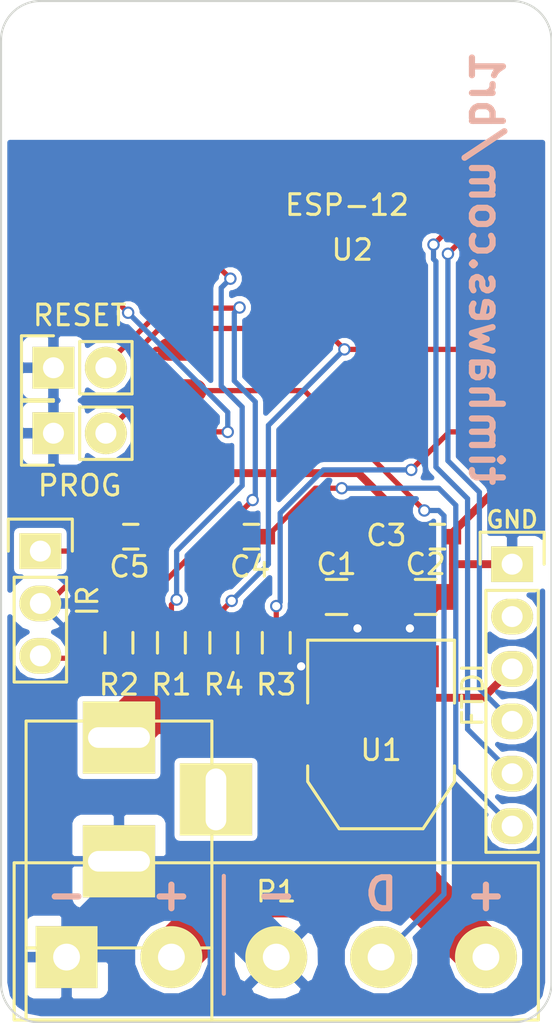
<source format=kicad_pcb>
(kicad_pcb (version 4) (host pcbnew 0.201511080416+6302~30~ubuntu14.04.1-product)

  (general
    (links 43)
    (no_connects 1)
    (area 139.014999 76.784999 165.785001 126.415001)
    (thickness 1.6)
    (drawings 16)
    (tracks 181)
    (zones 0)
    (modules 18)
    (nets 14)
  )

  (page A4)
  (layers
    (0 F.Cu signal)
    (31 B.Cu signal)
    (32 B.Adhes user)
    (33 F.Adhes user)
    (34 B.Paste user)
    (35 F.Paste user)
    (36 B.SilkS user)
    (37 F.SilkS user)
    (38 B.Mask user)
    (39 F.Mask user)
    (40 Dwgs.User user)
    (41 Cmts.User user)
    (42 Eco1.User user)
    (43 Eco2.User user)
    (44 Edge.Cuts user)
    (45 Margin user)
    (46 B.CrtYd user)
    (47 F.CrtYd user)
    (48 B.Fab user)
    (49 F.Fab user)
  )

  (setup
    (last_trace_width 0.25)
    (user_trace_width 0.254)
    (user_trace_width 0.381)
    (user_trace_width 2.5)
    (trace_clearance 0.2)
    (zone_clearance 0.254)
    (zone_45_only yes)
    (trace_min 0.2)
    (segment_width 0.2)
    (edge_width 0.1)
    (via_size 0.6)
    (via_drill 0.4)
    (via_min_size 0.4)
    (via_min_drill 0.3)
    (uvia_size 0.3)
    (uvia_drill 0.1)
    (uvias_allowed no)
    (uvia_min_size 0.2)
    (uvia_min_drill 0.1)
    (pcb_text_width 0.3)
    (pcb_text_size 1.5 1.5)
    (mod_edge_width 0.15)
    (mod_text_size 1 1)
    (mod_text_width 0.15)
    (pad_size 3.6576 2.032)
    (pad_drill 0)
    (pad_to_mask_clearance 0)
    (aux_axis_origin 0 0)
    (visible_elements FFFFFFFF)
    (pcbplotparams
      (layerselection 0x010f0_80000001)
      (usegerberextensions true)
      (excludeedgelayer true)
      (linewidth 0.100000)
      (plotframeref false)
      (viasonmask false)
      (mode 1)
      (useauxorigin false)
      (hpglpennumber 1)
      (hpglpenspeed 20)
      (hpglpendiameter 15)
      (hpglpenoverlay 2)
      (psnegative false)
      (psa4output false)
      (plotreference true)
      (plotvalue true)
      (plotinvisibletext false)
      (padsonsilk false)
      (subtractmaskfromsilk true)
      (outputformat 1)
      (mirror false)
      (drillshape 0)
      (scaleselection 1)
      (outputdirectory output/))
  )

  (net 0 "")
  (net 1 +5V)
  (net 2 GND)
  (net 3 +3V3)
  (net 4 "Net-(C4-Pad1)")
  (net 5 RESET)
  (net 6 RX)
  (net 7 TX)
  (net 8 LED_DATA)
  (net 9 IR_DATA)
  (net 10 "Net-(R1-Pad2)")
  (net 11 "Net-(R3-Pad1)")
  (net 12 "Net-(SW1-Pad2)")
  (net 13 "Net-(P5-Pad2)")

  (net_class Default "This is the default net class."
    (clearance 0.2)
    (trace_width 0.25)
    (via_dia 0.6)
    (via_drill 0.4)
    (uvia_dia 0.3)
    (uvia_drill 0.1)
    (add_net +3V3)
    (add_net +5V)
    (add_net GND)
    (add_net IR_DATA)
    (add_net LED_DATA)
    (add_net "Net-(C4-Pad1)")
    (add_net "Net-(P5-Pad2)")
    (add_net "Net-(R1-Pad2)")
    (add_net "Net-(R3-Pad1)")
    (add_net "Net-(SW1-Pad2)")
    (add_net RESET)
    (add_net RX)
    (add_net TX)
  )

  (net_class "High Current" ""
    (clearance 0.2)
    (trace_width 2.5)
    (via_dia 0.6)
    (via_drill 0.4)
    (uvia_dia 0.3)
    (uvia_drill 0.1)
  )

  (module Capacitors_SMD:C_0805 (layer F.Cu) (tedit 563FE1DE) (tstamp 563F8E06)
    (at 155.321 105.7275)
    (descr "Capacitor SMD 0805, reflow soldering, AVX (see smccp.pdf)")
    (tags "capacitor 0805")
    (path /563F75BA)
    (attr smd)
    (fp_text reference C1 (at 0 -1.5875) (layer F.SilkS)
      (effects (font (size 1 1) (thickness 0.15)))
    )
    (fp_text value CP (at 0 2.1) (layer F.Fab) hide
      (effects (font (size 1 1) (thickness 0.15)))
    )
    (fp_line (start -1.8 -1) (end 1.8 -1) (layer F.CrtYd) (width 0.05))
    (fp_line (start -1.8 1) (end 1.8 1) (layer F.CrtYd) (width 0.05))
    (fp_line (start -1.8 -1) (end -1.8 1) (layer F.CrtYd) (width 0.05))
    (fp_line (start 1.8 -1) (end 1.8 1) (layer F.CrtYd) (width 0.05))
    (fp_line (start 0.5 -0.85) (end -0.5 -0.85) (layer F.SilkS) (width 0.15))
    (fp_line (start -0.5 0.85) (end 0.5 0.85) (layer F.SilkS) (width 0.15))
    (pad 1 smd rect (at -1 0) (size 1 1.25) (layers F.Cu F.Paste F.Mask)
      (net 1 +5V))
    (pad 2 smd rect (at 1 0) (size 1 1.25) (layers F.Cu F.Paste F.Mask)
      (net 2 GND))
    (model Capacitors_SMD.3dshapes/C_0805.wrl
      (at (xyz 0 0 0))
      (scale (xyz 1 1 1))
      (rotate (xyz 0 0 0))
    )
  )

  (module Capacitors_SMD:C_0805 (layer F.Cu) (tedit 563FE1D9) (tstamp 563F8E0C)
    (at 159.639 105.7275)
    (descr "Capacitor SMD 0805, reflow soldering, AVX (see smccp.pdf)")
    (tags "capacitor 0805")
    (path /563F75F9)
    (attr smd)
    (fp_text reference C2 (at 0 -1.5875) (layer F.SilkS)
      (effects (font (size 1 1) (thickness 0.15)))
    )
    (fp_text value CP (at 0 2.1) (layer F.Fab) hide
      (effects (font (size 1 1) (thickness 0.15)))
    )
    (fp_line (start -1.8 -1) (end 1.8 -1) (layer F.CrtYd) (width 0.05))
    (fp_line (start -1.8 1) (end 1.8 1) (layer F.CrtYd) (width 0.05))
    (fp_line (start -1.8 -1) (end -1.8 1) (layer F.CrtYd) (width 0.05))
    (fp_line (start 1.8 -1) (end 1.8 1) (layer F.CrtYd) (width 0.05))
    (fp_line (start 0.5 -0.85) (end -0.5 -0.85) (layer F.SilkS) (width 0.15))
    (fp_line (start -0.5 0.85) (end 0.5 0.85) (layer F.SilkS) (width 0.15))
    (pad 1 smd rect (at -1 0) (size 1 1.25) (layers F.Cu F.Paste F.Mask)
      (net 3 +3V3))
    (pad 2 smd rect (at 1 0) (size 1 1.25) (layers F.Cu F.Paste F.Mask)
      (net 2 GND))
    (model Capacitors_SMD.3dshapes/C_0805.wrl
      (at (xyz 0 0 0))
      (scale (xyz 1 1 1))
      (rotate (xyz 0 0 0))
    )
  )

  (module Capacitors_SMD:C_0603 (layer F.Cu) (tedit 563FE22A) (tstamp 563F8E12)
    (at 160.2105 102.8065)
    (descr "Capacitor SMD 0603, reflow soldering, AVX (see smccp.pdf)")
    (tags "capacitor 0603")
    (path /563F7C82)
    (attr smd)
    (fp_text reference C3 (at -2.4765 -0.0635) (layer F.SilkS)
      (effects (font (size 1 1) (thickness 0.15)))
    )
    (fp_text value 0.1uF (at 0 1.9) (layer F.Fab) hide
      (effects (font (size 1 1) (thickness 0.15)))
    )
    (fp_line (start -1.45 -0.75) (end 1.45 -0.75) (layer F.CrtYd) (width 0.05))
    (fp_line (start -1.45 0.75) (end 1.45 0.75) (layer F.CrtYd) (width 0.05))
    (fp_line (start -1.45 -0.75) (end -1.45 0.75) (layer F.CrtYd) (width 0.05))
    (fp_line (start 1.45 -0.75) (end 1.45 0.75) (layer F.CrtYd) (width 0.05))
    (fp_line (start -0.35 -0.6) (end 0.35 -0.6) (layer F.SilkS) (width 0.15))
    (fp_line (start 0.35 0.6) (end -0.35 0.6) (layer F.SilkS) (width 0.15))
    (pad 1 smd rect (at -0.75 0) (size 0.8 0.75) (layers F.Cu F.Paste F.Mask)
      (net 3 +3V3))
    (pad 2 smd rect (at 0.75 0) (size 0.8 0.75) (layers F.Cu F.Paste F.Mask)
      (net 2 GND))
    (model Capacitors_SMD.3dshapes/C_0603.wrl
      (at (xyz 0 0 0))
      (scale (xyz 1 1 1))
      (rotate (xyz 0 0 0))
    )
  )

  (module Capacitors_SMD:C_0603 (layer F.Cu) (tedit 563FE219) (tstamp 563F8E18)
    (at 151.1935 102.8065 180)
    (descr "Capacitor SMD 0603, reflow soldering, AVX (see smccp.pdf)")
    (tags "capacitor 0603")
    (path /563FB063)
    (attr smd)
    (fp_text reference C4 (at 0.0635 -1.4605 360) (layer F.SilkS)
      (effects (font (size 1 1) (thickness 0.15)))
    )
    (fp_text value 0.1uF (at 0 1.9 180) (layer F.Fab) hide
      (effects (font (size 1 1) (thickness 0.15)))
    )
    (fp_line (start -1.45 -0.75) (end 1.45 -0.75) (layer F.CrtYd) (width 0.05))
    (fp_line (start -1.45 0.75) (end 1.45 0.75) (layer F.CrtYd) (width 0.05))
    (fp_line (start -1.45 -0.75) (end -1.45 0.75) (layer F.CrtYd) (width 0.05))
    (fp_line (start 1.45 -0.75) (end 1.45 0.75) (layer F.CrtYd) (width 0.05))
    (fp_line (start -0.35 -0.6) (end 0.35 -0.6) (layer F.SilkS) (width 0.15))
    (fp_line (start 0.35 0.6) (end -0.35 0.6) (layer F.SilkS) (width 0.15))
    (pad 1 smd rect (at -0.75 0 180) (size 0.8 0.75) (layers F.Cu F.Paste F.Mask)
      (net 4 "Net-(C4-Pad1)"))
    (pad 2 smd rect (at 0.75 0 180) (size 0.8 0.75) (layers F.Cu F.Paste F.Mask)
      (net 5 RESET))
    (model Capacitors_SMD.3dshapes/C_0603.wrl
      (at (xyz 0 0 0))
      (scale (xyz 1 1 1))
      (rotate (xyz 0 0 0))
    )
  )

  (module Capacitors_SMD:C_0603 (layer F.Cu) (tedit 563FE21D) (tstamp 563F8E1E)
    (at 145.3515 102.8065 180)
    (descr "Capacitor SMD 0603, reflow soldering, AVX (see smccp.pdf)")
    (tags "capacitor 0603")
    (path /563F9DDE)
    (attr smd)
    (fp_text reference C5 (at 0.0635 -1.4605 360) (layer F.SilkS)
      (effects (font (size 1 1) (thickness 0.15)))
    )
    (fp_text value 0.1uF (at 0 1.9 180) (layer F.Fab) hide
      (effects (font (size 1 1) (thickness 0.15)))
    )
    (fp_line (start -1.45 -0.75) (end 1.45 -0.75) (layer F.CrtYd) (width 0.05))
    (fp_line (start -1.45 0.75) (end 1.45 0.75) (layer F.CrtYd) (width 0.05))
    (fp_line (start -1.45 -0.75) (end -1.45 0.75) (layer F.CrtYd) (width 0.05))
    (fp_line (start 1.45 -0.75) (end 1.45 0.75) (layer F.CrtYd) (width 0.05))
    (fp_line (start -0.35 -0.6) (end 0.35 -0.6) (layer F.SilkS) (width 0.15))
    (fp_line (start 0.35 0.6) (end -0.35 0.6) (layer F.SilkS) (width 0.15))
    (pad 1 smd rect (at -0.75 0 180) (size 0.8 0.75) (layers F.Cu F.Paste F.Mask)
      (net 3 +3V3))
    (pad 2 smd rect (at 0.75 0 180) (size 0.8 0.75) (layers F.Cu F.Paste F.Mask)
      (net 2 GND))
    (model Capacitors_SMD.3dshapes/C_0603.wrl
      (at (xyz 0 0 0))
      (scale (xyz 1 1 1))
      (rotate (xyz 0 0 0))
    )
  )

  (module Connect:BARREL_JACK (layer F.Cu) (tedit 563FDD5E) (tstamp 563F8E25)
    (at 144.78 118.745 90)
    (descr "DC Barrel Jack")
    (tags "Power Jack")
    (path /563F7806)
    (fp_text reference CON1 (at 10.09904 0 180) (layer F.SilkS) hide
      (effects (font (size 1 1) (thickness 0.15)))
    )
    (fp_text value POWER (at 3.81 -3.175 90) (layer F.Fab) hide
      (effects (font (size 1 1) (thickness 0.15)))
    )
    (fp_line (start -4.0005 -4.50088) (end -4.0005 4.50088) (layer F.SilkS) (width 0.15))
    (fp_line (start -7.50062 -4.50088) (end -7.50062 4.50088) (layer F.SilkS) (width 0.15))
    (fp_line (start -7.50062 4.50088) (end 7.00024 4.50088) (layer F.SilkS) (width 0.15))
    (fp_line (start 7.00024 4.50088) (end 7.00024 -4.50088) (layer F.SilkS) (width 0.15))
    (fp_line (start 7.00024 -4.50088) (end -7.50062 -4.50088) (layer F.SilkS) (width 0.15))
    (pad 1 thru_hole rect (at 6.20014 0 90) (size 3.50012 3.50012) (drill oval 1.00076 2.99974) (layers *.Cu *.Mask F.SilkS)
      (net 1 +5V))
    (pad 2 thru_hole rect (at 0.20066 0 90) (size 3.50012 3.50012) (drill oval 1.00076 2.99974) (layers *.Cu *.Mask F.SilkS)
      (net 2 GND))
    (pad 3 thru_hole rect (at 3.2004 4.699 90) (size 3.50012 3.50012) (drill oval 2.99974 1.00076) (layers *.Cu *.Mask F.SilkS))
  )

  (module Resistors_SMD:R_0603 (layer F.Cu) (tedit 563FDD7E) (tstamp 563F8E55)
    (at 147.32 107.95 90)
    (descr "Resistor SMD 0603, reflow soldering, Vishay (see dcrcw.pdf)")
    (tags "resistor 0603")
    (path /563F8851)
    (attr smd)
    (fp_text reference R1 (at -2.032 0 180) (layer F.SilkS)
      (effects (font (size 1 1) (thickness 0.15)))
    )
    (fp_text value 10K (at 0 1.9 90) (layer F.Fab) hide
      (effects (font (size 1 1) (thickness 0.15)))
    )
    (fp_line (start -1.3 -0.8) (end 1.3 -0.8) (layer F.CrtYd) (width 0.05))
    (fp_line (start -1.3 0.8) (end 1.3 0.8) (layer F.CrtYd) (width 0.05))
    (fp_line (start -1.3 -0.8) (end -1.3 0.8) (layer F.CrtYd) (width 0.05))
    (fp_line (start 1.3 -0.8) (end 1.3 0.8) (layer F.CrtYd) (width 0.05))
    (fp_line (start 0.5 0.675) (end -0.5 0.675) (layer F.SilkS) (width 0.15))
    (fp_line (start -0.5 -0.675) (end 0.5 -0.675) (layer F.SilkS) (width 0.15))
    (pad 1 smd rect (at -0.75 0 90) (size 0.5 0.9) (layers F.Cu F.Paste F.Mask)
      (net 3 +3V3))
    (pad 2 smd rect (at 0.75 0 90) (size 0.5 0.9) (layers F.Cu F.Paste F.Mask)
      (net 10 "Net-(R1-Pad2)"))
    (model Resistors_SMD.3dshapes/R_0603.wrl
      (at (xyz 0 0 0))
      (scale (xyz 1 1 1))
      (rotate (xyz 0 0 0))
    )
  )

  (module Resistors_SMD:R_0603 (layer F.Cu) (tedit 563FDD7C) (tstamp 563F8E5B)
    (at 144.78 107.95 90)
    (descr "Resistor SMD 0603, reflow soldering, Vishay (see dcrcw.pdf)")
    (tags "resistor 0603")
    (path /563FB430)
    (attr smd)
    (fp_text reference R2 (at -2.032 0 180) (layer F.SilkS)
      (effects (font (size 1 1) (thickness 0.15)))
    )
    (fp_text value 10K (at 0 1.9 90) (layer F.Fab) hide
      (effects (font (size 1 1) (thickness 0.15)))
    )
    (fp_line (start -1.3 -0.8) (end 1.3 -0.8) (layer F.CrtYd) (width 0.05))
    (fp_line (start -1.3 0.8) (end 1.3 0.8) (layer F.CrtYd) (width 0.05))
    (fp_line (start -1.3 -0.8) (end -1.3 0.8) (layer F.CrtYd) (width 0.05))
    (fp_line (start 1.3 -0.8) (end 1.3 0.8) (layer F.CrtYd) (width 0.05))
    (fp_line (start 0.5 0.675) (end -0.5 0.675) (layer F.SilkS) (width 0.15))
    (fp_line (start -0.5 -0.675) (end 0.5 -0.675) (layer F.SilkS) (width 0.15))
    (pad 1 smd rect (at -0.75 0 90) (size 0.5 0.9) (layers F.Cu F.Paste F.Mask)
      (net 3 +3V3))
    (pad 2 smd rect (at 0.75 0 90) (size 0.5 0.9) (layers F.Cu F.Paste F.Mask)
      (net 5 RESET))
    (model Resistors_SMD.3dshapes/R_0603.wrl
      (at (xyz 0 0 0))
      (scale (xyz 1 1 1))
      (rotate (xyz 0 0 0))
    )
  )

  (module Resistors_SMD:R_0603 (layer F.Cu) (tedit 563FDD82) (tstamp 563F8E61)
    (at 152.4 107.95 270)
    (descr "Resistor SMD 0603, reflow soldering, Vishay (see dcrcw.pdf)")
    (tags "resistor 0603")
    (path /563F92ED)
    (attr smd)
    (fp_text reference R3 (at 2.032 0 360) (layer F.SilkS)
      (effects (font (size 1 1) (thickness 0.15)))
    )
    (fp_text value 10K (at 0 1.9 270) (layer F.Fab) hide
      (effects (font (size 1 1) (thickness 0.15)))
    )
    (fp_line (start -1.3 -0.8) (end 1.3 -0.8) (layer F.CrtYd) (width 0.05))
    (fp_line (start -1.3 0.8) (end 1.3 0.8) (layer F.CrtYd) (width 0.05))
    (fp_line (start -1.3 -0.8) (end -1.3 0.8) (layer F.CrtYd) (width 0.05))
    (fp_line (start 1.3 -0.8) (end 1.3 0.8) (layer F.CrtYd) (width 0.05))
    (fp_line (start 0.5 0.675) (end -0.5 0.675) (layer F.SilkS) (width 0.15))
    (fp_line (start -0.5 -0.675) (end 0.5 -0.675) (layer F.SilkS) (width 0.15))
    (pad 1 smd rect (at -0.75 0 270) (size 0.5 0.9) (layers F.Cu F.Paste F.Mask)
      (net 11 "Net-(R3-Pad1)"))
    (pad 2 smd rect (at 0.75 0 270) (size 0.5 0.9) (layers F.Cu F.Paste F.Mask)
      (net 2 GND))
    (model Resistors_SMD.3dshapes/R_0603.wrl
      (at (xyz 0 0 0))
      (scale (xyz 1 1 1))
      (rotate (xyz 0 0 0))
    )
  )

  (module Resistors_SMD:R_0603 (layer F.Cu) (tedit 563FDD85) (tstamp 563F8E67)
    (at 149.86 107.95 90)
    (descr "Resistor SMD 0603, reflow soldering, Vishay (see dcrcw.pdf)")
    (tags "resistor 0603")
    (path /563F84D8)
    (attr smd)
    (fp_text reference R4 (at -2.032 0 180) (layer F.SilkS)
      (effects (font (size 1 1) (thickness 0.15)))
    )
    (fp_text value 10K (at 0 1.9 90) (layer F.Fab) hide
      (effects (font (size 1 1) (thickness 0.15)))
    )
    (fp_line (start -1.3 -0.8) (end 1.3 -0.8) (layer F.CrtYd) (width 0.05))
    (fp_line (start -1.3 0.8) (end 1.3 0.8) (layer F.CrtYd) (width 0.05))
    (fp_line (start -1.3 -0.8) (end -1.3 0.8) (layer F.CrtYd) (width 0.05))
    (fp_line (start 1.3 -0.8) (end 1.3 0.8) (layer F.CrtYd) (width 0.05))
    (fp_line (start 0.5 0.675) (end -0.5 0.675) (layer F.SilkS) (width 0.15))
    (fp_line (start -0.5 -0.675) (end 0.5 -0.675) (layer F.SilkS) (width 0.15))
    (pad 1 smd rect (at -0.75 0 90) (size 0.5 0.9) (layers F.Cu F.Paste F.Mask)
      (net 3 +3V3))
    (pad 2 smd rect (at 0.75 0 90) (size 0.5 0.9) (layers F.Cu F.Paste F.Mask)
      (net 13 "Net-(P5-Pad2)"))
    (model Resistors_SMD.3dshapes/R_0603.wrl
      (at (xyz 0 0 0))
      (scale (xyz 1 1 1))
      (rotate (xyz 0 0 0))
    )
  )

  (module timhawes:EVQPT5 (layer F.Cu) (tedit 563FBDDB) (tstamp 563F8E71)
    (at 142.875 86.868)
    (path /563F94C6)
    (fp_text reference SW1 (at 0.025 4.625) (layer F.SilkS) hide
      (effects (font (size 1.5 1.5) (thickness 0.15)))
    )
    (fp_text value SWITCH (at 0.025 7.15) (layer F.SilkS) hide
      (effects (font (size 1.5 1.5) (thickness 0.15)))
    )
    (pad 1 smd rect (at -1.85 -2.2) (size 0.6 1) (layers F.Cu F.Paste F.Mask)
      (net 2 GND))
    (pad 2 smd rect (at 1.85 -2.2) (size 0.6 1) (layers F.Cu F.Paste F.Mask)
      (net 12 "Net-(SW1-Pad2)"))
    (pad 1 smd rect (at -1.85 2.2) (size 0.6 1) (layers F.Cu F.Paste F.Mask)
      (net 2 GND))
    (pad 2 smd rect (at 1.85 2.2) (size 0.6 1) (layers F.Cu F.Paste F.Mask)
      (net 12 "Net-(SW1-Pad2)"))
    (pad "" smd rect (at -2.525 0) (size 0.45 1) (layers F.Cu F.Paste F.Mask))
    (pad "" smd rect (at 2.525 0) (size 0.45 1) (layers F.Cu F.Paste F.Mask))
  )

  (module TO_SOT_Packages_SMD:SOT-223 (layer F.Cu) (tedit 563FDDAC) (tstamp 563F8E79)
    (at 157.48 112.395 180)
    (descr "module CMS SOT223 4 pins")
    (tags "CMS SOT")
    (path /563F7524)
    (attr smd)
    (fp_text reference U1 (at 0 -0.762 180) (layer F.SilkS)
      (effects (font (size 1 1) (thickness 0.15)))
    )
    (fp_text value NCP1117ST33T3G (at 0 0.762 180) (layer F.Fab) hide
      (effects (font (size 1 1) (thickness 0.15)))
    )
    (fp_line (start -3.556 1.524) (end -3.556 4.572) (layer F.SilkS) (width 0.15))
    (fp_line (start -3.556 4.572) (end 3.556 4.572) (layer F.SilkS) (width 0.15))
    (fp_line (start 3.556 4.572) (end 3.556 1.524) (layer F.SilkS) (width 0.15))
    (fp_line (start -3.556 -1.524) (end -3.556 -2.286) (layer F.SilkS) (width 0.15))
    (fp_line (start -3.556 -2.286) (end -2.032 -4.572) (layer F.SilkS) (width 0.15))
    (fp_line (start -2.032 -4.572) (end 2.032 -4.572) (layer F.SilkS) (width 0.15))
    (fp_line (start 2.032 -4.572) (end 3.556 -2.286) (layer F.SilkS) (width 0.15))
    (fp_line (start 3.556 -2.286) (end 3.556 -1.524) (layer F.SilkS) (width 0.15))
    (pad 4 smd rect (at 0 -3.302 180) (size 3.6576 2.032) (layers F.Cu F.Paste F.Mask)
      (zone_connect 2))
    (pad 2 smd rect (at 0 3.302 180) (size 1.016 2.032) (layers F.Cu F.Paste F.Mask)
      (net 3 +3V3))
    (pad 3 smd rect (at 2.286 3.302 180) (size 1.016 2.032) (layers F.Cu F.Paste F.Mask)
      (net 1 +5V))
    (pad 1 smd rect (at -2.286 3.302 180) (size 1.016 2.032) (layers F.Cu F.Paste F.Mask)
      (net 2 GND))
    (model TO_SOT_Packages_SMD.3dshapes/SOT-223.wrl
      (at (xyz 0 0 0))
      (scale (xyz 0.4 0.4 0.4))
      (rotate (xyz 0 0 0))
    )
  )

  (module timhawes:Terminal_Block_5.08mm_x5 (layer F.Cu) (tedit 563FDDB2) (tstamp 563FA715)
    (at 152.4 123.19)
    (path /563FA767)
    (fp_text reference P1 (at 0 -3.175) (layer F.SilkS)
      (effects (font (size 1 1) (thickness 0.15)))
    )
    (fp_text value POWER (at 0 -5.715) (layer F.Fab) hide
      (effects (font (size 1 1) (thickness 0.15)))
    )
    (fp_line (start -12.7 3.048) (end 12.7 3.048) (layer F.SilkS) (width 0.15))
    (fp_line (start 12.7 3.048) (end 12.7 -4.572) (layer F.SilkS) (width 0.15))
    (fp_line (start 12.7 -4.572) (end -12.7 -4.572) (layer F.SilkS) (width 0.15))
    (fp_line (start -12.7 -4.572) (end -12.7 3.048) (layer F.SilkS) (width 0.15))
    (pad 1 thru_hole rect (at -10.16 0) (size 3 3) (drill 1.3) (layers *.Cu *.Mask F.SilkS)
      (net 2 GND))
    (pad 2 thru_hole circle (at -5.08 0) (size 3 3) (drill 1.3) (layers *.Cu *.Mask F.SilkS)
      (net 1 +5V))
    (pad 3 thru_hole circle (at 0 0) (size 3 3) (drill 1.3) (layers *.Cu *.Mask F.SilkS)
      (net 2 GND))
    (pad 4 thru_hole circle (at 5.08 0) (size 3 3) (drill 1.3) (layers *.Cu *.Mask F.SilkS)
      (net 8 LED_DATA))
    (pad 5 thru_hole circle (at 10.16 0) (size 3 3) (drill 1.3) (layers *.Cu *.Mask F.SilkS)
      (net 1 +5V))
  )

  (module Pin_Headers:Pin_Header_Straight_1x06 (layer F.Cu) (tedit 563FE906) (tstamp 563FA71D)
    (at 163.83 104.14)
    (descr "Through hole pin header")
    (tags "pin header")
    (path /563F7EFA)
    (fp_text reference P2 (at -2.032 13.208 90) (layer F.SilkS) hide
      (effects (font (size 1 1) (thickness 0.15)))
    )
    (fp_text value FTDI (at -1.905 6.35 90) (layer F.SilkS)
      (effects (font (size 1 1) (thickness 0.15)))
    )
    (fp_line (start -1.75 -1.75) (end -1.75 14.45) (layer F.CrtYd) (width 0.05))
    (fp_line (start 1.75 -1.75) (end 1.75 14.45) (layer F.CrtYd) (width 0.05))
    (fp_line (start -1.75 -1.75) (end 1.75 -1.75) (layer F.CrtYd) (width 0.05))
    (fp_line (start -1.75 14.45) (end 1.75 14.45) (layer F.CrtYd) (width 0.05))
    (fp_line (start 1.27 1.27) (end 1.27 13.97) (layer F.SilkS) (width 0.15))
    (fp_line (start 1.27 13.97) (end -1.27 13.97) (layer F.SilkS) (width 0.15))
    (fp_line (start -1.27 13.97) (end -1.27 1.27) (layer F.SilkS) (width 0.15))
    (fp_line (start 1.55 -1.55) (end 1.55 0) (layer F.SilkS) (width 0.15))
    (fp_line (start 1.27 1.27) (end -1.27 1.27) (layer F.SilkS) (width 0.15))
    (fp_line (start -1.55 0) (end -1.55 -1.55) (layer F.SilkS) (width 0.15))
    (fp_line (start -1.55 -1.55) (end 1.55 -1.55) (layer F.SilkS) (width 0.15))
    (pad 1 thru_hole rect (at 0 0) (size 2.032 1.7272) (drill 1.016) (layers *.Cu *.Mask F.SilkS)
      (net 2 GND))
    (pad 2 thru_hole oval (at 0 2.54) (size 2.032 1.7272) (drill 1.016) (layers *.Cu *.Mask F.SilkS))
    (pad 3 thru_hole oval (at 0 5.08) (size 2.032 1.7272) (drill 1.016) (layers *.Cu *.Mask F.SilkS)
      (net 3 +3V3))
    (pad 4 thru_hole oval (at 0 7.62) (size 2.032 1.7272) (drill 1.016) (layers *.Cu *.Mask F.SilkS)
      (net 6 RX))
    (pad 5 thru_hole oval (at 0 10.16) (size 2.032 1.7272) (drill 1.016) (layers *.Cu *.Mask F.SilkS)
      (net 7 TX))
    (pad 6 thru_hole oval (at 0 12.7) (size 2.032 1.7272) (drill 1.016) (layers *.Cu *.Mask F.SilkS)
      (net 4 "Net-(C4-Pad1)"))
    (model Pin_Headers.3dshapes/Pin_Header_Straight_1x06.wrl
      (at (xyz 0 -0.25 0))
      (scale (xyz 1 1 1))
      (rotate (xyz 0 0 90))
    )
  )

  (module Pin_Headers:Pin_Header_Straight_1x03 (layer F.Cu) (tedit 563FE95B) (tstamp 563FA726)
    (at 140.97 103.505)
    (descr "Through hole pin header")
    (tags "pin header")
    (path /563F985E)
    (fp_text reference P3 (at 0 -2.286) (layer F.SilkS) hide
      (effects (font (size 1 1) (thickness 0.15)))
    )
    (fp_text value IR (at 2.286 2.413 270) (layer F.SilkS)
      (effects (font (size 1 1) (thickness 0.15)))
    )
    (fp_line (start -1.75 -1.75) (end -1.75 6.85) (layer F.CrtYd) (width 0.05))
    (fp_line (start 1.75 -1.75) (end 1.75 6.85) (layer F.CrtYd) (width 0.05))
    (fp_line (start -1.75 -1.75) (end 1.75 -1.75) (layer F.CrtYd) (width 0.05))
    (fp_line (start -1.75 6.85) (end 1.75 6.85) (layer F.CrtYd) (width 0.05))
    (fp_line (start -1.27 1.27) (end -1.27 6.35) (layer F.SilkS) (width 0.15))
    (fp_line (start -1.27 6.35) (end 1.27 6.35) (layer F.SilkS) (width 0.15))
    (fp_line (start 1.27 6.35) (end 1.27 1.27) (layer F.SilkS) (width 0.15))
    (fp_line (start 1.55 -1.55) (end 1.55 0) (layer F.SilkS) (width 0.15))
    (fp_line (start 1.27 1.27) (end -1.27 1.27) (layer F.SilkS) (width 0.15))
    (fp_line (start -1.55 0) (end -1.55 -1.55) (layer F.SilkS) (width 0.15))
    (fp_line (start -1.55 -1.55) (end 1.55 -1.55) (layer F.SilkS) (width 0.15))
    (pad 1 thru_hole rect (at 0 0) (size 2.032 1.7272) (drill 1.016) (layers *.Cu *.Mask F.SilkS)
      (net 9 IR_DATA))
    (pad 2 thru_hole oval (at 0 2.54) (size 2.032 1.7272) (drill 1.016) (layers *.Cu *.Mask F.SilkS)
      (net 2 GND))
    (pad 3 thru_hole oval (at 0 5.08) (size 2.032 1.7272) (drill 1.016) (layers *.Cu *.Mask F.SilkS)
      (net 3 +3V3))
    (model Pin_Headers.3dshapes/Pin_Header_Straight_1x03.wrl
      (at (xyz 0 -0.1 0))
      (scale (xyz 1 1 1))
      (rotate (xyz 0 0 90))
    )
  )

  (module Pin_Headers:Pin_Header_Straight_1x02 (layer F.Cu) (tedit 563FE918) (tstamp 563FA72C)
    (at 141.605 94.615 90)
    (descr "Through hole pin header")
    (tags "pin header")
    (path /563FA995)
    (fp_text reference P4 (at 0 -3.175 90) (layer F.SilkS) hide
      (effects (font (size 1 1) (thickness 0.15)))
    )
    (fp_text value RESET (at 2.54 1.27 180) (layer F.SilkS)
      (effects (font (size 1 1) (thickness 0.15)))
    )
    (fp_line (start 1.27 1.27) (end 1.27 3.81) (layer F.SilkS) (width 0.15))
    (fp_line (start 1.55 -1.55) (end 1.55 0) (layer F.SilkS) (width 0.15))
    (fp_line (start -1.75 -1.75) (end -1.75 4.3) (layer F.CrtYd) (width 0.05))
    (fp_line (start 1.75 -1.75) (end 1.75 4.3) (layer F.CrtYd) (width 0.05))
    (fp_line (start -1.75 -1.75) (end 1.75 -1.75) (layer F.CrtYd) (width 0.05))
    (fp_line (start -1.75 4.3) (end 1.75 4.3) (layer F.CrtYd) (width 0.05))
    (fp_line (start 1.27 1.27) (end -1.27 1.27) (layer F.SilkS) (width 0.15))
    (fp_line (start -1.55 0) (end -1.55 -1.55) (layer F.SilkS) (width 0.15))
    (fp_line (start -1.55 -1.55) (end 1.55 -1.55) (layer F.SilkS) (width 0.15))
    (fp_line (start -1.27 1.27) (end -1.27 3.81) (layer F.SilkS) (width 0.15))
    (fp_line (start -1.27 3.81) (end 1.27 3.81) (layer F.SilkS) (width 0.15))
    (pad 1 thru_hole rect (at 0 0 90) (size 2.032 2.032) (drill 1.016) (layers *.Cu *.Mask F.SilkS)
      (net 2 GND))
    (pad 2 thru_hole oval (at 0 2.54 90) (size 2.032 2.032) (drill 1.016) (layers *.Cu *.Mask F.SilkS)
      (net 5 RESET))
    (model Pin_Headers.3dshapes/Pin_Header_Straight_1x02.wrl
      (at (xyz 0 -0.05 0))
      (scale (xyz 1 1 1))
      (rotate (xyz 0 0 90))
    )
  )

  (module Pin_Headers:Pin_Header_Straight_1x02 (layer F.Cu) (tedit 563FE91C) (tstamp 563FA731)
    (at 141.605 97.79 90)
    (descr "Through hole pin header")
    (tags "pin header")
    (path /563F85FB)
    (fp_text reference P5 (at 0 -3.175 90) (layer F.SilkS) hide
      (effects (font (size 1 1) (thickness 0.15)))
    )
    (fp_text value PROG (at -2.54 1.27 180) (layer F.SilkS)
      (effects (font (size 1 1) (thickness 0.15)))
    )
    (fp_line (start 1.27 1.27) (end 1.27 3.81) (layer F.SilkS) (width 0.15))
    (fp_line (start 1.55 -1.55) (end 1.55 0) (layer F.SilkS) (width 0.15))
    (fp_line (start -1.75 -1.75) (end -1.75 4.3) (layer F.CrtYd) (width 0.05))
    (fp_line (start 1.75 -1.75) (end 1.75 4.3) (layer F.CrtYd) (width 0.05))
    (fp_line (start -1.75 -1.75) (end 1.75 -1.75) (layer F.CrtYd) (width 0.05))
    (fp_line (start -1.75 4.3) (end 1.75 4.3) (layer F.CrtYd) (width 0.05))
    (fp_line (start 1.27 1.27) (end -1.27 1.27) (layer F.SilkS) (width 0.15))
    (fp_line (start -1.55 0) (end -1.55 -1.55) (layer F.SilkS) (width 0.15))
    (fp_line (start -1.55 -1.55) (end 1.55 -1.55) (layer F.SilkS) (width 0.15))
    (fp_line (start -1.27 1.27) (end -1.27 3.81) (layer F.SilkS) (width 0.15))
    (fp_line (start -1.27 3.81) (end 1.27 3.81) (layer F.SilkS) (width 0.15))
    (pad 1 thru_hole rect (at 0 0 90) (size 2.032 2.032) (drill 1.016) (layers *.Cu *.Mask F.SilkS)
      (net 2 GND))
    (pad 2 thru_hole oval (at 0 2.54 90) (size 2.032 2.032) (drill 1.016) (layers *.Cu *.Mask F.SilkS)
      (net 13 "Net-(P5-Pad2)"))
    (model Pin_Headers.3dshapes/Pin_Header_Straight_1x02.wrl
      (at (xyz 0 -0.05 0))
      (scale (xyz 1 1 1))
      (rotate (xyz 0 0 90))
    )
  )

  (module timhawes:ESP-12 (layer F.Cu) (tedit 563FE8FC) (tstamp 563FD685)
    (at 147.828 85.725)
    (descr "Module, ESP-8266, ESP-12, 16 pad, SMD")
    (tags "Module ESP-8266 ESP8266")
    (path /563F7AFF)
    (fp_text reference U2 (at 8.255 3.175) (layer F.SilkS)
      (effects (font (size 1 1) (thickness 0.15)))
    )
    (fp_text value ESP-12 (at 8 1) (layer F.SilkS)
      (effects (font (size 1 1) (thickness 0.15)))
    )
    (fp_line (start 16 -8.4) (end 0 -2.6) (layer F.CrtYd) (width 0.1524))
    (fp_line (start 0 -8.4) (end 16 -2.6) (layer F.CrtYd) (width 0.1524))
    (fp_text user "No Copper" (at 7.9 -5.4) (layer F.CrtYd)
      (effects (font (size 1 1) (thickness 0.15)))
    )
    (fp_line (start 0 -8.4) (end 0 -2.6) (layer F.CrtYd) (width 0.1524))
    (fp_line (start 0 -2.6) (end 16 -2.6) (layer F.CrtYd) (width 0.1524))
    (fp_line (start 16 -2.6) (end 16 -8.4) (layer F.CrtYd) (width 0.1524))
    (fp_line (start 16 -8.4) (end 0 -8.4) (layer F.CrtYd) (width 0.1524))
    (fp_line (start 16 -8.4) (end 16 15.6) (layer F.Fab) (width 0.1524))
    (fp_line (start 16 15.6) (end 0 15.6) (layer F.Fab) (width 0.1524))
    (fp_line (start 0 15.6) (end 0 -8.4) (layer F.Fab) (width 0.1524))
    (fp_line (start 0 -8.4) (end 16 -8.4) (layer F.Fab) (width 0.1524))
    (pad 1 smd rect (at 0 0) (size 2.4 1.1) (layers F.Cu F.Paste F.Mask)
      (net 5 RESET))
    (pad 2 smd oval (at 0 2) (size 2.4 1.1) (layers F.Cu F.Paste F.Mask))
    (pad 3 smd oval (at 0 4) (size 2.4 1.1) (layers F.Cu F.Paste F.Mask)
      (net 10 "Net-(R1-Pad2)"))
    (pad 4 smd oval (at 0 6) (size 2.4 1.1) (layers F.Cu F.Paste F.Mask)
      (net 5 RESET))
    (pad 5 smd oval (at 0 8) (size 2.4 1.1) (layers F.Cu F.Paste F.Mask)
      (net 9 IR_DATA))
    (pad 6 smd oval (at 0 10) (size 2.4 1.1) (layers F.Cu F.Paste F.Mask)
      (net 8 LED_DATA))
    (pad 7 smd oval (at 0 12) (size 2.4 1.1) (layers F.Cu F.Paste F.Mask)
      (net 12 "Net-(SW1-Pad2)"))
    (pad 8 smd oval (at 0 14) (size 2.4 1.1) (layers F.Cu F.Paste F.Mask)
      (net 3 +3V3))
    (pad 9 smd oval (at 16 14) (size 2.4 1.1) (layers F.Cu F.Paste F.Mask)
      (net 2 GND))
    (pad 10 smd oval (at 16 12) (size 2.4 1.1) (layers F.Cu F.Paste F.Mask)
      (net 11 "Net-(R3-Pad1)"))
    (pad 11 smd oval (at 16 10) (size 2.4 1.1) (layers F.Cu F.Paste F.Mask))
    (pad 12 smd oval (at 16 8) (size 2.4 1.1) (layers F.Cu F.Paste F.Mask)
      (net 13 "Net-(P5-Pad2)"))
    (pad 13 smd oval (at 16 6) (size 2.4 1.1) (layers F.Cu F.Paste F.Mask))
    (pad 14 smd oval (at 16 4) (size 2.4 1.1) (layers F.Cu F.Paste F.Mask))
    (pad 15 smd oval (at 16 2) (size 2.4 1.1) (layers F.Cu F.Paste F.Mask)
      (net 6 RX))
    (pad 16 smd oval (at 16 0) (size 2.4 1.1) (layers F.Cu F.Paste F.Mask)
      (net 7 TX))
  )

  (gr_text GND (at 163.83 101.981) (layer F.SilkS)
    (effects (font (size 0.8128 0.8128) (thickness 0.1524)))
  )
  (gr_line (start 149.86 119.253) (end 149.86 124.968) (angle 90) (layer B.SilkS) (width 0.2))
  (gr_text + (at 147.32 120.142) (layer B.SilkS)
    (effects (font (size 1.5 1.5) (thickness 0.3)) (justify mirror))
  )
  (gr_text - (at 142.24 120.142) (layer B.SilkS)
    (effects (font (size 1.5 1.5) (thickness 0.3)) (justify mirror))
  )
  (gr_text - (at 152.4 120.142) (layer B.SilkS)
    (effects (font (size 1.5 1.5) (thickness 0.3)) (justify mirror))
  )
  (gr_text D (at 157.48 120.142) (layer B.SilkS)
    (effects (font (size 1.5 1.5) (thickness 0.3)) (justify mirror))
  )
  (gr_text + (at 162.56 120.142) (layer B.SilkS)
    (effects (font (size 1.5 1.5) (thickness 0.3)) (justify mirror))
  )
  (gr_line (start 140.97 126.365) (end 163.83 126.365) (angle 90) (layer Edge.Cuts) (width 0.1))
  (gr_line (start 139.065 78.74) (end 139.065 124.46) (angle 90) (layer Edge.Cuts) (width 0.1))
  (gr_line (start 140.97 76.835) (end 163.83 76.835) (angle 90) (layer Edge.Cuts) (width 0.1))
  (gr_arc (start 140.97 78.74) (end 139.065 78.74) (angle 90) (layer Edge.Cuts) (width 0.1))
  (gr_arc (start 140.97 124.46) (end 140.97 126.365) (angle 90) (layer Edge.Cuts) (width 0.1))
  (gr_line (start 165.735 124.46) (end 165.735 78.74) (angle 90) (layer Edge.Cuts) (width 0.1))
  (gr_arc (start 163.83 124.46) (end 165.735 124.46) (angle 90) (layer Edge.Cuts) (width 0.1))
  (gr_arc (start 163.83 78.74) (end 163.83 76.835) (angle 90) (layer Edge.Cuts) (width 0.1))
  (gr_text timhawes.com/br1 (at 162.56 89.789 270) (layer B.SilkS)
    (effects (font (size 1.5 1.5) (thickness 0.3)) (justify mirror))
  )

  (segment (start 155.194 109.093) (end 154.321 108.22) (width 0.381) (layer F.Cu) (net 1))
  (segment (start 154.321 108.22) (end 154.321 105.7275) (width 0.381) (layer F.Cu) (net 1) (tstamp 563FC8F6))
  (segment (start 155.194 109.093) (end 153.162 111.125) (width 0.381) (layer F.Cu) (net 1))
  (segment (start 153.162 111.125) (end 152.4 111.125) (width 0.381) (layer F.Cu) (net 1) (tstamp 563FAF96))
  (segment (start 147.32 123.19) (end 150.495 120.015) (width 2.5) (layer F.Cu) (net 1))
  (segment (start 150.495 120.015) (end 154.305 120.015) (width 2.5) (layer F.Cu) (net 1) (tstamp 563FAB30))
  (segment (start 144.78 112.54486) (end 146.19986 111.125) (width 2.5) (layer F.Cu) (net 1))
  (segment (start 146.19986 111.125) (end 152.4 111.125) (width 2.5) (layer F.Cu) (net 1) (tstamp 563FAB05))
  (segment (start 152.4 111.125) (end 153.67 112.395) (width 2.5) (layer F.Cu) (net 1) (tstamp 563FAB08))
  (segment (start 153.67 112.395) (end 153.67 119.38) (width 2.5) (layer F.Cu) (net 1) (tstamp 563FAB0B))
  (segment (start 153.67 119.38) (end 154.305 120.015) (width 2.5) (layer F.Cu) (net 1) (tstamp 563FAB12))
  (segment (start 154.305 120.015) (end 159.385 120.015) (width 2.5) (layer F.Cu) (net 1) (tstamp 563FAB15))
  (segment (start 159.385 120.015) (end 162.56 123.19) (width 2.5) (layer F.Cu) (net 1) (tstamp 563FAB18))
  (segment (start 152.4 123.19) (end 148.844 119.634) (width 2.5) (layer B.Cu) (net 2))
  (segment (start 148.844 119.634) (end 145.796 119.634) (width 2.5) (layer B.Cu) (net 2) (tstamp 563FE78D))
  (segment (start 145.796 119.634) (end 144.78 120.65) (width 2.5) (layer B.Cu) (net 2) (tstamp 563FE795))
  (segment (start 142.24 123.19) (end 144.78 120.65) (width 2.5) (layer B.Cu) (net 2))
  (segment (start 144.78 120.65) (end 144.78 118.54434) (width 2.5) (layer B.Cu) (net 2) (tstamp 563FE73E))
  (segment (start 151.892 119.5705) (end 150.33625 121.12625) (width 0.381) (layer B.Cu) (net 2) (tstamp 563FCBEA))
  (segment (start 151.892 108.966) (end 151.892 119.5705) (width 0.381) (layer B.Cu) (net 2) (tstamp 563FD7E0))
  (segment (start 141.605 97.79) (end 141.605 100.0125) (width 0.254) (layer B.Cu) (net 2))
  (segment (start 142.367 106.045) (end 140.97 106.045) (width 0.254) (layer B.Cu) (net 2) (tstamp 563FD7FB))
  (segment (start 143.129 105.283) (end 142.367 106.045) (width 0.254) (layer B.Cu) (net 2) (tstamp 563FD7FA))
  (segment (start 143.129 101.5365) (end 143.129 105.283) (width 0.254) (layer B.Cu) (net 2) (tstamp 563FD7F8))
  (segment (start 141.605 100.0125) (end 143.129 101.5365) (width 0.254) (layer B.Cu) (net 2) (tstamp 563FD7F6))
  (segment (start 151.892 108.966) (end 143.891 108.966) (width 0.254) (layer B.Cu) (net 2))
  (segment (start 143.891 108.966) (end 140.97 106.045) (width 0.254) (layer B.Cu) (net 2) (tstamp 563FD7E2))
  (segment (start 140.97 106.045) (end 141.363 106.045) (width 0.254) (layer F.Cu) (net 2))
  (segment (start 141.363 106.045) (end 144.6015 102.8065) (width 0.254) (layer F.Cu) (net 2) (tstamp 563FD7D8))
  (segment (start 160.9605 102.8065) (end 160.9605 102.5925) (width 0.381) (layer F.Cu) (net 2))
  (segment (start 160.9605 102.5925) (end 163.828 99.725) (width 0.381) (layer F.Cu) (net 2) (tstamp 563FD72A))
  (segment (start 141.025 84.668) (end 141.025 89.068) (width 0.25) (layer F.Cu) (net 2))
  (segment (start 141.025 89.068) (end 141.605 89.648) (width 0.25) (layer F.Cu) (net 2) (tstamp 563FD723))
  (segment (start 141.605 89.648) (end 141.605 97.79) (width 0.25) (layer F.Cu) (net 2) (tstamp 563FD724))
  (segment (start 152.4 108.7) (end 153.2135 108.7) (width 0.254) (layer F.Cu) (net 2))
  (segment (start 153.543 109.0295) (end 153.543 107.2515) (width 0.254) (layer B.Cu) (net 2) (tstamp 563FCDA5))
  (segment (start 153.6065 109.093) (end 153.543 109.0295) (width 0.254) (layer B.Cu) (net 2) (tstamp 563FCDA4))
  (via (at 153.6065 109.093) (size 0.6) (drill 0.4) (layers F.Cu B.Cu) (net 2))
  (segment (start 153.2135 108.7) (end 153.6065 109.093) (width 0.254) (layer F.Cu) (net 2) (tstamp 563FCD9F))
  (segment (start 156.321 105.7275) (end 156.321 107.2355) (width 0.254) (layer F.Cu) (net 2))
  (via (at 156.337 107.2515) (size 0.6) (drill 0.4) (layers F.Cu B.Cu) (net 2))
  (segment (start 156.321 107.2355) (end 156.337 107.2515) (width 0.254) (layer F.Cu) (net 2) (tstamp 563FCD6C))
  (segment (start 163.83 104.14) (end 160.9605 104.14) (width 0.381) (layer F.Cu) (net 2))
  (segment (start 160.9605 104.14) (end 161.036 104.14) (width 0.254) (layer F.Cu) (net 2) (tstamp 563FCCC4))
  (segment (start 161.036 104.14) (end 160.9605 104.14) (width 0.254) (layer F.Cu) (net 2) (tstamp 563FCCCC))
  (segment (start 159.766 107.315) (end 159.7025 107.2515) (width 0.254) (layer F.Cu) (net 2))
  (segment (start 151.892 108.9025) (end 151.892 108.966) (width 0.254) (layer B.Cu) (net 2) (tstamp 563FCBDF))
  (segment (start 153.543 107.2515) (end 151.892 108.9025) (width 0.381) (layer B.Cu) (net 2) (tstamp 563FCBDA))
  (segment (start 158.877 107.2515) (end 156.337 107.2515) (width 0.381) (layer B.Cu) (net 2) (tstamp 563FCBD9))
  (segment (start 156.337 107.2515) (end 153.543 107.2515) (width 0.381) (layer B.Cu) (net 2) (tstamp 563FCD79))
  (via (at 158.877 107.2515) (size 0.6) (drill 0.4) (layers F.Cu B.Cu) (net 2))
  (segment (start 159.7025 107.2515) (end 158.877 107.2515) (width 0.381) (layer F.Cu) (net 2) (tstamp 563FCBD2))
  (segment (start 159.766 109.093) (end 159.766 107.315) (width 0.381) (layer F.Cu) (net 2))
  (segment (start 159.766 107.315) (end 159.766 107.2515) (width 0.381) (layer F.Cu) (net 2) (tstamp 563FCBD0))
  (segment (start 159.766 107.2515) (end 159.766 106.6005) (width 0.381) (layer F.Cu) (net 2) (tstamp 563FC9F1))
  (segment (start 159.766 106.6005) (end 160.9605 105.406) (width 0.381) (layer F.Cu) (net 2) (tstamp 563FC925))
  (segment (start 160.9605 105.406) (end 160.9605 104.14) (width 0.381) (layer F.Cu) (net 2) (tstamp 563FC928))
  (segment (start 160.9605 104.14) (end 160.9605 102.8065) (width 0.381) (layer F.Cu) (net 2) (tstamp 563FCCCD))
  (segment (start 147.828 99.725) (end 147.828 101.08) (width 0.254) (layer F.Cu) (net 3))
  (segment (start 143.0655 105.8425) (end 143.0655 108.7) (width 0.254) (layer F.Cu) (net 3) (tstamp 563FE6B0))
  (segment (start 147.828 101.08) (end 143.0655 105.8425) (width 0.254) (layer F.Cu) (net 3) (tstamp 563FE6AC))
  (segment (start 147.828 99.725) (end 156.379 99.725) (width 0.381) (layer F.Cu) (net 3))
  (segment (start 156.379 99.725) (end 159.4605 102.8065) (width 0.381) (layer F.Cu) (net 3) (tstamp 563FD736))
  (segment (start 159.4605 102.8065) (end 158.639 103.628) (width 0.381) (layer F.Cu) (net 3))
  (segment (start 158.639 103.628) (end 158.639 105.7275) (width 0.381) (layer F.Cu) (net 3) (tstamp 563FCDC3))
  (segment (start 158.639 105.7275) (end 157.48 106.8865) (width 0.381) (layer F.Cu) (net 3) (tstamp 563FCDC7))
  (segment (start 157.48 106.8865) (end 157.48 109.093) (width 0.381) (layer F.Cu) (net 3) (tstamp 563FCDCE))
  (segment (start 157.48 109.093) (end 159.004 110.617) (width 0.381) (layer F.Cu) (net 3))
  (segment (start 162.433 110.617) (end 163.83 109.22) (width 0.381) (layer F.Cu) (net 3) (tstamp 563FCCD7))
  (segment (start 159.004 110.617) (end 162.433 110.617) (width 0.381) (layer F.Cu) (net 3) (tstamp 563FCCCF))
  (segment (start 140.97 108.585) (end 141.085 108.7) (width 0.25) (layer F.Cu) (net 3))
  (segment (start 141.085 108.7) (end 143.0655 108.7) (width 0.25) (layer F.Cu) (net 3) (tstamp 563FC25D))
  (segment (start 143.0655 108.7) (end 144.78 108.7) (width 0.25) (layer F.Cu) (net 3) (tstamp 563FD7F4))
  (segment (start 144.78 108.7) (end 146.1015 108.7) (width 0.25) (layer F.Cu) (net 3))
  (segment (start 146.1015 108.7) (end 147.32 108.7) (width 0.25) (layer F.Cu) (net 3) (tstamp 563FD7E8))
  (segment (start 147.32 108.7) (end 149.86 108.7) (width 0.25) (layer F.Cu) (net 3) (tstamp 563FC1C4))
  (segment (start 155.575 100.457) (end 154.293 100.457) (width 0.254) (layer F.Cu) (net 4))
  (via (at 155.575 100.457) (size 0.6) (drill 0.4) (layers F.Cu B.Cu) (net 4))
  (segment (start 163.83 116.84) (end 161.0995 114.1095) (width 0.254) (layer B.Cu) (net 4))
  (segment (start 160.274 100.457) (end 155.575 100.457) (width 0.254) (layer B.Cu) (net 4) (tstamp 563FCB63))
  (segment (start 161.0995 101.2825) (end 160.274 100.457) (width 0.254) (layer B.Cu) (net 4) (tstamp 563FCB59))
  (segment (start 161.0995 114.1095) (end 161.0995 101.2825) (width 0.254) (layer B.Cu) (net 4) (tstamp 563FCB52))
  (segment (start 154.293 100.457) (end 151.9435 102.8065) (width 0.254) (layer F.Cu) (net 4) (tstamp 563FE3E7))
  (segment (start 147.828 85.725) (end 147.193 85.725) (width 0.254) (layer F.Cu) (net 5))
  (segment (start 147.193 85.725) (end 146.177 86.741) (width 0.254) (layer F.Cu) (net 5) (tstamp 563FE613))
  (segment (start 146.177 91.186) (end 146.716 91.725) (width 0.254) (layer F.Cu) (net 5) (tstamp 563FE619))
  (segment (start 146.177 86.741) (end 146.177 91.186) (width 0.254) (layer F.Cu) (net 5) (tstamp 563FE615))
  (segment (start 146.716 91.725) (end 147.828 91.725) (width 0.254) (layer F.Cu) (net 5) (tstamp 563FE61C))
  (segment (start 147.828 91.725) (end 146.908 91.725) (width 0.254) (layer F.Cu) (net 5))
  (segment (start 146.908 91.725) (end 144.145 94.488) (width 0.254) (layer F.Cu) (net 5) (tstamp 563FE60A))
  (segment (start 144.145 94.488) (end 144.145 94.615) (width 0.254) (layer F.Cu) (net 5) (tstamp 563FE60F))
  (segment (start 147.828 91.725) (end 147.035 91.725) (width 0.254) (layer F.Cu) (net 5))
  (segment (start 150.622 91.694) (end 150.368 91.948) (width 0.254) (layer B.Cu) (net 5))
  (segment (start 147.828 91.725) (end 150.591 91.725) (width 0.254) (layer F.Cu) (net 5))
  (segment (start 150.4435 101.842) (end 150.4435 102.8065) (width 0.254) (layer F.Cu) (net 5) (tstamp 563FD7C6))
  (segment (start 151.257 101.0285) (end 150.4435 101.842) (width 0.254) (layer F.Cu) (net 5) (tstamp 563FD7C5))
  (via (at 151.257 101.0285) (size 0.6) (drill 0.4) (layers F.Cu B.Cu) (net 5))
  (via (at 150.622 91.694) (size 0.6) (drill 0.4) (layers F.Cu B.Cu) (net 5))
  (segment (start 150.591 91.725) (end 150.622 91.694) (width 0.254) (layer F.Cu) (net 5) (tstamp 563FD7C0))
  (segment (start 151.384 100.9015) (end 151.257 101.0285) (width 0.254) (layer B.Cu) (net 5) (tstamp 563FE48E))
  (segment (start 151.384 96.266) (end 151.384 100.9015) (width 0.254) (layer B.Cu) (net 5) (tstamp 563FE487))
  (segment (start 150.368 95.25) (end 151.384 96.266) (width 0.254) (layer B.Cu) (net 5) (tstamp 563FE484))
  (segment (start 150.368 91.948) (end 150.368 95.25) (width 0.254) (layer B.Cu) (net 5) (tstamp 563FE482))
  (segment (start 144.78 107.2) (end 149.1735 102.8065) (width 0.254) (layer F.Cu) (net 5))
  (segment (start 149.1735 102.8065) (end 150.4435 102.8065) (width 0.254) (layer F.Cu) (net 5) (tstamp 563FD7EB))
  (segment (start 147.828 85.725) (end 147.066 85.725) (width 0.25) (layer F.Cu) (net 5))
  (segment (start 147.035 91.725) (end 147.828 91.725) (width 0.25) (layer F.Cu) (net 5) (tstamp 563FD6F2))
  (segment (start 163.828 87.725) (end 162.084 87.725) (width 0.254) (layer F.Cu) (net 6))
  (segment (start 162.2425 110.1725) (end 163.83 111.76) (width 0.254) (layer B.Cu) (net 6))
  (via (at 160.7185 89.0905) (size 0.6) (drill 0.4) (layers F.Cu B.Cu) (net 6))
  (segment (start 160.7185 99.1235) (end 160.7185 89.0905) (width 0.254) (layer B.Cu) (net 6) (tstamp 563FCAC3))
  (segment (start 162.2425 100.6475) (end 160.7185 99.1235) (width 0.254) (layer B.Cu) (net 6) (tstamp 563FCAC0))
  (segment (start 162.2425 110.1725) (end 162.2425 100.6475) (width 0.254) (layer B.Cu) (net 6) (tstamp 563FCAB9))
  (segment (start 162.084 87.725) (end 160.7185 89.0905) (width 0.254) (layer F.Cu) (net 6) (tstamp 563FD73B))
  (segment (start 163.828 85.725) (end 162.941 85.725) (width 0.254) (layer F.Cu) (net 7))
  (segment (start 162.941 85.725) (end 160.02 88.646) (width 0.254) (layer F.Cu) (net 7) (tstamp 563FD73F))
  (segment (start 163.83 114.3) (end 161.671 112.141) (width 0.254) (layer B.Cu) (net 7))
  (via (at 160.02 88.646) (size 0.6) (drill 0.4) (layers F.Cu B.Cu) (net 7))
  (segment (start 160.02 89.3445) (end 160.02 88.646) (width 0.254) (layer B.Cu) (net 7) (tstamp 563FCB27))
  (segment (start 160.137498 89.461998) (end 160.02 89.3445) (width 0.254) (layer B.Cu) (net 7) (tstamp 563FCB25))
  (segment (start 160.137498 99.431498) (end 160.137498 89.461998) (width 0.254) (layer B.Cu) (net 7) (tstamp 563FCB1A))
  (segment (start 161.671 100.965) (end 160.137498 99.431498) (width 0.254) (layer B.Cu) (net 7) (tstamp 563FCB17))
  (segment (start 161.671 112.141) (end 161.671 100.965) (width 0.254) (layer B.Cu) (net 7) (tstamp 563FCB13))
  (segment (start 157.48 123.19) (end 160.528 120.142) (width 0.254) (layer B.Cu) (net 8))
  (segment (start 153.764 95.725) (end 147.828 95.725) (width 0.254) (layer F.Cu) (net 8) (tstamp 563FD757))
  (segment (start 159.5755 101.5365) (end 153.764 95.725) (width 0.254) (layer F.Cu) (net 8) (tstamp 563FD756))
  (via (at 159.5755 101.5365) (size 0.6) (drill 0.4) (layers F.Cu B.Cu) (net 8))
  (segment (start 160.274 101.5365) (end 159.5755 101.5365) (width 0.254) (layer B.Cu) (net 8) (tstamp 563FD754))
  (segment (start 160.528 101.7905) (end 160.274 101.5365) (width 0.254) (layer B.Cu) (net 8) (tstamp 563FD753))
  (segment (start 160.528 120.142) (end 160.528 101.7905) (width 0.254) (layer B.Cu) (net 8) (tstamp 563FD751))
  (segment (start 147.828 93.725) (end 146.559 93.725) (width 0.254) (layer F.Cu) (net 9))
  (segment (start 146.559 93.725) (end 146.177 94.107) (width 0.254) (layer F.Cu) (net 9) (tstamp 563FD781))
  (segment (start 146.177 94.107) (end 146.177 99.6315) (width 0.254) (layer F.Cu) (net 9) (tstamp 563FD782))
  (segment (start 146.177 99.6315) (end 142.3035 103.505) (width 0.254) (layer F.Cu) (net 9) (tstamp 563FD784))
  (segment (start 142.3035 103.505) (end 140.97 103.505) (width 0.254) (layer F.Cu) (net 9) (tstamp 563FD786))
  (segment (start 140.97 103.505) (end 140.97 103.505) (width 0.254) (layer F.Cu) (net 9) (tstamp 563FD787))
  (segment (start 147.828 89.725) (end 149.6055 89.725) (width 0.254) (layer F.Cu) (net 10))
  (segment (start 147.32 106.1085) (end 147.32 107.2) (width 0.254) (layer F.Cu) (net 10) (tstamp 563FD7D5))
  (segment (start 147.574 105.8545) (end 147.32 106.1085) (width 0.254) (layer F.Cu) (net 10) (tstamp 563FD7D4))
  (via (at 147.574 105.8545) (size 0.6) (drill 0.4) (layers F.Cu B.Cu) (net 10))
  (segment (start 147.574 103.505) (end 147.574 105.8545) (width 0.254) (layer B.Cu) (net 10) (tstamp 563FD7D1))
  (segment (start 150.749 100.33) (end 147.574 103.505) (width 0.254) (layer B.Cu) (net 10) (tstamp 563FD7CF))
  (segment (start 150.749 96.52) (end 150.749 100.33) (width 0.254) (layer B.Cu) (net 10) (tstamp 563FD7CE))
  (segment (start 149.733 95.504) (end 150.749 96.52) (width 0.254) (layer B.Cu) (net 10) (tstamp 563FD7CD))
  (segment (start 149.733 90.7415) (end 149.733 95.504) (width 0.254) (layer B.Cu) (net 10) (tstamp 563FD7CC))
  (segment (start 150.1775 90.297) (end 149.733 90.7415) (width 0.254) (layer B.Cu) (net 10) (tstamp 563FD7CB))
  (via (at 150.1775 90.297) (size 0.6) (drill 0.4) (layers F.Cu B.Cu) (net 10))
  (segment (start 149.6055 89.725) (end 150.1775 90.297) (width 0.254) (layer F.Cu) (net 10) (tstamp 563FD7C9))
  (segment (start 152.5905 101.6635) (end 152.5905 105.9815) (width 0.254) (layer B.Cu) (net 11))
  (segment (start 160.7835 97.725) (end 158.9405 99.568) (width 0.254) (layer F.Cu) (net 11) (tstamp 563FCDF3))
  (via (at 158.9405 99.568) (size 0.6) (drill 0.4) (layers F.Cu B.Cu) (net 11))
  (segment (start 158.9405 99.568) (end 154.686 99.568) (width 0.254) (layer B.Cu) (net 11) (tstamp 563FCDFA))
  (segment (start 154.686 99.568) (end 152.5905 101.6635) (width 0.254) (layer B.Cu) (net 11) (tstamp 563FCDFB))
  (segment (start 163.098 97.725) (end 160.7835 97.725) (width 0.254) (layer F.Cu) (net 11))
  (segment (start 152.4 106.172) (end 152.4 107.2) (width 0.254) (layer F.Cu) (net 11) (tstamp 563FE515))
  (via (at 152.4 106.172) (size 0.6) (drill 0.4) (layers F.Cu B.Cu) (net 11))
  (segment (start 152.5905 105.9815) (end 152.4 106.172) (width 0.254) (layer B.Cu) (net 11) (tstamp 563FE510))
  (segment (start 144.725 84.668) (end 144.725 89.068) (width 0.254) (layer F.Cu) (net 12))
  (segment (start 144.725 89.068) (end 144.725 91.4485) (width 0.254) (layer F.Cu) (net 12) (tstamp 563FD747))
  (segment (start 144.725 91.4485) (end 145.2245 91.948) (width 0.254) (layer F.Cu) (net 12) (tstamp 563FD748))
  (via (at 145.2245 91.948) (size 0.6) (drill 0.4) (layers F.Cu B.Cu) (net 12))
  (segment (start 145.2245 91.948) (end 150.0505 96.774) (width 0.254) (layer B.Cu) (net 12) (tstamp 563FD74A))
  (segment (start 150.0505 96.774) (end 150.0505 97.7265) (width 0.254) (layer B.Cu) (net 12) (tstamp 563FD74B))
  (via (at 150.0505 97.7265) (size 0.6) (drill 0.4) (layers F.Cu B.Cu) (net 12))
  (segment (start 150.0505 97.7265) (end 150.049 97.725) (width 0.254) (layer F.Cu) (net 12) (tstamp 563FD74D))
  (segment (start 150.049 97.725) (end 147.828 97.725) (width 0.254) (layer F.Cu) (net 12) (tstamp 563FD74E))
  (segment (start 149.86 107.2) (end 149.86 106.299) (width 0.254) (layer F.Cu) (net 13))
  (segment (start 155.702 93.725) (end 155.701 93.725) (width 0.254) (layer F.Cu) (net 13) (tstamp 563FD808))
  (segment (start 155.702 93.726) (end 155.702 93.725) (width 0.254) (layer F.Cu) (net 13) (tstamp 563FD807))
  (via (at 155.702 93.726) (size 0.6) (drill 0.4) (layers F.Cu B.Cu) (net 13))
  (segment (start 152.019 97.409) (end 155.702 93.726) (width 0.254) (layer B.Cu) (net 13) (tstamp 563FD804))
  (segment (start 152.019 104.14) (end 152.019 97.409) (width 0.254) (layer B.Cu) (net 13) (tstamp 563FD802))
  (segment (start 150.241 105.918) (end 152.019 104.14) (width 0.254) (layer B.Cu) (net 13) (tstamp 563FD801))
  (via (at 150.241 105.918) (size 0.6) (drill 0.4) (layers F.Cu B.Cu) (net 13))
  (segment (start 149.86 106.299) (end 150.241 105.918) (width 0.254) (layer F.Cu) (net 13) (tstamp 563FD7FF))
  (segment (start 144.145 97.79) (end 145.669 96.266) (width 0.254) (layer F.Cu) (net 13))
  (segment (start 155.701 93.725) (end 163.828 93.725) (width 0.254) (layer F.Cu) (net 13) (tstamp 563FD7B4))
  (segment (start 154.686 92.71) (end 155.701 93.725) (width 0.254) (layer F.Cu) (net 13) (tstamp 563FD7B2))
  (segment (start 146.7485 92.71) (end 154.686 92.71) (width 0.254) (layer F.Cu) (net 13) (tstamp 563FD7B0))
  (segment (start 145.669 93.7895) (end 146.7485 92.71) (width 0.254) (layer F.Cu) (net 13) (tstamp 563FD7AE))
  (segment (start 145.669 96.266) (end 145.669 93.7895) (width 0.254) (layer F.Cu) (net 13) (tstamp 563FD7AC))

  (zone (net 0) (net_name "") (layer F.Cu) (tstamp 563FD954) (hatch edge 0.508)
    (connect_pads (clearance 0.254))
    (min_thickness 0.254)
    (keepout (tracks not_allowed) (vias not_allowed) (copperpour not_allowed))
    (fill (arc_segments 16) (thermal_gap 0.508) (thermal_bridge_width 0.508))
    (polygon
      (pts
        (xy 139.065 76.835) (xy 165.735 76.835) (xy 165.735 83.566) (xy 139.065 83.566)
      )
    )
  )
  (zone (net 0) (net_name "") (layer B.Cu) (tstamp 563FD960) (hatch edge 0.508)
    (connect_pads (clearance 0.254))
    (min_thickness 0.254)
    (keepout (tracks not_allowed) (vias not_allowed) (copperpour not_allowed))
    (fill (arc_segments 16) (thermal_gap 0.508) (thermal_bridge_width 0.508))
    (polygon
      (pts
        (xy 139.065 76.835) (xy 165.735 76.835) (xy 165.735 83.566) (xy 139.065 83.566)
      )
    )
  )
  (zone (net 2) (net_name GND) (layer B.Cu) (tstamp 563FDD07) (hatch edge 0.508)
    (connect_pads (clearance 0.254))
    (min_thickness 0.254)
    (fill yes (arc_segments 16) (thermal_gap 0.508) (thermal_bridge_width 0.508))
    (polygon
      (pts
        (xy 139.065 76.835) (xy 165.735 76.835) (xy 165.735 126.365) (xy 139.065 126.365)
      )
    )
    (filled_polygon
      (pts
        (xy 165.304 102.836374) (xy 165.205698 102.738073) (xy 164.972309 102.6414) (xy 164.11575 102.6414) (xy 163.957 102.80015)
        (xy 163.957 104.013) (xy 163.977 104.013) (xy 163.977 104.267) (xy 163.957 104.267) (xy 163.957 104.287)
        (xy 163.703 104.287) (xy 163.703 104.267) (xy 163.683 104.267) (xy 163.683 104.013) (xy 163.703 104.013)
        (xy 163.703 102.80015) (xy 163.54425 102.6414) (xy 162.7505 102.6414) (xy 162.7505 100.6475) (xy 162.711831 100.453097)
        (xy 162.624325 100.322135) (xy 162.60171 100.288289) (xy 161.2265 98.91308) (xy 161.2265 89.545626) (xy 161.295487 89.476759)
        (xy 161.399382 89.226554) (xy 161.399618 88.955635) (xy 161.296161 88.705248) (xy 161.104759 88.513513) (xy 160.854554 88.409618)
        (xy 160.659102 88.409448) (xy 160.597661 88.260748) (xy 160.406259 88.069013) (xy 160.156054 87.965118) (xy 159.885135 87.964882)
        (xy 159.634748 88.068339) (xy 159.443013 88.259741) (xy 159.339118 88.509946) (xy 159.338882 88.780865) (xy 159.442339 89.031252)
        (xy 159.512 89.101034) (xy 159.512 89.3445) (xy 159.550669 89.538903) (xy 159.629498 89.656878) (xy 159.629498 99.431498)
        (xy 159.668167 99.625901) (xy 159.778288 99.790708) (xy 159.93658 99.949) (xy 159.519671 99.949) (xy 159.621382 99.704054)
        (xy 159.621618 99.433135) (xy 159.518161 99.182748) (xy 159.326759 98.991013) (xy 159.076554 98.887118) (xy 158.805635 98.886882)
        (xy 158.555248 98.990339) (xy 158.485466 99.06) (xy 154.686 99.06) (xy 154.491597 99.098669) (xy 154.32679 99.208789)
        (xy 152.527 101.00858) (xy 152.527 97.61942) (xy 155.739388 94.407033) (xy 155.836865 94.407118) (xy 156.087252 94.303661)
        (xy 156.278987 94.112259) (xy 156.382882 93.862054) (xy 156.383118 93.591135) (xy 156.279661 93.340748) (xy 156.088259 93.149013)
        (xy 155.838054 93.045118) (xy 155.567135 93.044882) (xy 155.316748 93.148339) (xy 155.125013 93.339741) (xy 155.021118 93.589946)
        (xy 155.021032 93.688547) (xy 151.892 96.81758) (xy 151.892 96.266) (xy 151.853331 96.071597) (xy 151.74321 95.90679)
        (xy 150.876 95.03958) (xy 150.876 92.325893) (xy 151.007252 92.271661) (xy 151.198987 92.080259) (xy 151.302882 91.830054)
        (xy 151.303118 91.559135) (xy 151.199661 91.308748) (xy 151.008259 91.117013) (xy 150.758054 91.013118) (xy 150.487135 91.012882)
        (xy 150.241 91.114582) (xy 150.241 90.978056) (xy 150.312365 90.978118) (xy 150.562752 90.874661) (xy 150.754487 90.683259)
        (xy 150.858382 90.433054) (xy 150.858618 90.162135) (xy 150.755161 89.911748) (xy 150.563759 89.720013) (xy 150.313554 89.616118)
        (xy 150.042635 89.615882) (xy 149.792248 89.719339) (xy 149.600513 89.910741) (xy 149.496618 90.160946) (xy 149.496532 90.259548)
        (xy 149.37379 90.38229) (xy 149.263669 90.547097) (xy 149.225 90.7415) (xy 149.225 95.23008) (xy 145.905533 91.910613)
        (xy 145.905618 91.813135) (xy 145.802161 91.562748) (xy 145.610759 91.371013) (xy 145.360554 91.267118) (xy 145.089635 91.266882)
        (xy 144.839248 91.370339) (xy 144.647513 91.561741) (xy 144.543618 91.811946) (xy 144.543382 92.082865) (xy 144.646839 92.333252)
        (xy 144.838241 92.524987) (xy 145.088446 92.628882) (xy 145.187048 92.628968) (xy 149.5425 96.98442) (xy 149.5425 97.271374)
        (xy 149.473513 97.340241) (xy 149.369618 97.590446) (xy 149.369382 97.861365) (xy 149.472839 98.111752) (xy 149.664241 98.303487)
        (xy 149.914446 98.407382) (xy 150.185365 98.407618) (xy 150.241 98.38463) (xy 150.241 100.11958) (xy 147.21479 103.14579)
        (xy 147.104669 103.310597) (xy 147.066 103.505) (xy 147.066 105.399374) (xy 146.997013 105.468241) (xy 146.893118 105.718446)
        (xy 146.892882 105.989365) (xy 146.996339 106.239752) (xy 147.187741 106.431487) (xy 147.437946 106.535382) (xy 147.708865 106.535618)
        (xy 147.959252 106.432161) (xy 148.150987 106.240759) (xy 148.254882 105.990554) (xy 148.255118 105.719635) (xy 148.151661 105.469248)
        (xy 148.082 105.399466) (xy 148.082 103.71542) (xy 150.592891 101.204529) (xy 150.679339 101.413752) (xy 150.870741 101.605487)
        (xy 151.120946 101.709382) (xy 151.391865 101.709618) (xy 151.511 101.660393) (xy 151.511 103.92958) (xy 150.203613 105.236967)
        (xy 150.106135 105.236882) (xy 149.855748 105.340339) (xy 149.664013 105.531741) (xy 149.560118 105.781946) (xy 149.559882 106.052865)
        (xy 149.663339 106.303252) (xy 149.854741 106.494987) (xy 150.104946 106.598882) (xy 150.375865 106.599118) (xy 150.626252 106.495661)
        (xy 150.817987 106.304259) (xy 150.921882 106.054054) (xy 150.921968 105.955452) (xy 152.0825 104.79492) (xy 152.0825 105.566345)
        (xy 152.014748 105.594339) (xy 151.823013 105.785741) (xy 151.719118 106.035946) (xy 151.718882 106.306865) (xy 151.822339 106.557252)
        (xy 152.013741 106.748987) (xy 152.263946 106.852882) (xy 152.534865 106.853118) (xy 152.785252 106.749661) (xy 152.976987 106.558259)
        (xy 153.080882 106.308054) (xy 153.08109 106.069025) (xy 153.0985 105.9815) (xy 153.0985 101.87392) (xy 154.896421 100.076)
        (xy 154.995829 100.076) (xy 154.894118 100.320946) (xy 154.893882 100.591865) (xy 154.997339 100.842252) (xy 155.188741 101.033987)
        (xy 155.438946 101.137882) (xy 155.709865 101.138118) (xy 155.960252 101.034661) (xy 156.030034 100.965) (xy 159.184076 100.965)
        (xy 158.998513 101.150241) (xy 158.894618 101.400446) (xy 158.894382 101.671365) (xy 158.997839 101.921752) (xy 159.189241 102.113487)
        (xy 159.439446 102.217382) (xy 159.710365 102.217618) (xy 159.960752 102.114161) (xy 160.02 102.055016) (xy 160.02 119.93158)
        (xy 158.411503 121.540077) (xy 157.855796 121.309327) (xy 157.107487 121.308674) (xy 156.415891 121.594436) (xy 155.886296 122.123108)
        (xy 155.599327 122.814204) (xy 155.598674 123.562513) (xy 155.884436 124.254109) (xy 156.413108 124.783704) (xy 157.104204 125.070673)
        (xy 157.852513 125.071326) (xy 158.544109 124.785564) (xy 159.073704 124.256892) (xy 159.360673 123.565796) (xy 159.360675 123.562513)
        (xy 160.678674 123.562513) (xy 160.964436 124.254109) (xy 161.493108 124.783704) (xy 162.184204 125.070673) (xy 162.932513 125.071326)
        (xy 163.624109 124.785564) (xy 164.153704 124.256892) (xy 164.440673 123.565796) (xy 164.441326 122.817487) (xy 164.155564 122.125891)
        (xy 163.626892 121.596296) (xy 162.935796 121.309327) (xy 162.187487 121.308674) (xy 161.495891 121.594436) (xy 160.966296 122.123108)
        (xy 160.679327 122.814204) (xy 160.678674 123.562513) (xy 159.360675 123.562513) (xy 159.361326 122.817487) (xy 159.130229 122.258191)
        (xy 160.88721 120.50121) (xy 160.997331 120.336403) (xy 161.036 120.142) (xy 161.036 114.76442) (xy 162.554413 116.282833)
        (xy 162.500371 116.363712) (xy 162.405631 116.84) (xy 162.500371 117.316288) (xy 162.770166 117.720065) (xy 163.173943 117.98986)
        (xy 163.650231 118.0846) (xy 164.009769 118.0846) (xy 164.486057 117.98986) (xy 164.889834 117.720065) (xy 165.159629 117.316288)
        (xy 165.254369 116.84) (xy 165.159629 116.363712) (xy 164.889834 115.959935) (xy 164.486057 115.69014) (xy 164.009769 115.5954)
        (xy 163.650231 115.5954) (xy 163.361294 115.652874) (xy 163.12674 115.41832) (xy 163.173943 115.44986) (xy 163.650231 115.5446)
        (xy 164.009769 115.5446) (xy 164.486057 115.44986) (xy 164.889834 115.180065) (xy 165.159629 114.776288) (xy 165.254369 114.3)
        (xy 165.159629 113.823712) (xy 164.889834 113.419935) (xy 164.486057 113.15014) (xy 164.009769 113.0554) (xy 163.650231 113.0554)
        (xy 163.361294 113.112874) (xy 163.12674 112.87832) (xy 163.173943 112.90986) (xy 163.650231 113.0046) (xy 164.009769 113.0046)
        (xy 164.486057 112.90986) (xy 164.889834 112.640065) (xy 165.159629 112.236288) (xy 165.254369 111.76) (xy 165.159629 111.283712)
        (xy 164.889834 110.879935) (xy 164.486057 110.61014) (xy 164.009769 110.5154) (xy 163.650231 110.5154) (xy 163.361294 110.572874)
        (xy 163.12674 110.33832) (xy 163.173943 110.36986) (xy 163.650231 110.4646) (xy 164.009769 110.4646) (xy 164.486057 110.36986)
        (xy 164.889834 110.100065) (xy 165.159629 109.696288) (xy 165.254369 109.22) (xy 165.159629 108.743712) (xy 164.889834 108.339935)
        (xy 164.486057 108.07014) (xy 164.009769 107.9754) (xy 163.650231 107.9754) (xy 163.173943 108.07014) (xy 162.770166 108.339935)
        (xy 162.7505 108.369367) (xy 162.7505 107.530633) (xy 162.770166 107.560065) (xy 163.173943 107.82986) (xy 163.650231 107.9246)
        (xy 164.009769 107.9246) (xy 164.486057 107.82986) (xy 164.889834 107.560065) (xy 165.159629 107.156288) (xy 165.254369 106.68)
        (xy 165.159629 106.203712) (xy 164.889834 105.799935) (xy 164.648379 105.6386) (xy 164.972309 105.6386) (xy 165.205698 105.541927)
        (xy 165.304 105.443626) (xy 165.304 124.417548) (xy 165.183997 125.020846) (xy 164.866305 125.496305) (xy 164.390844 125.813998)
        (xy 163.787548 125.934) (xy 141.012452 125.934) (xy 140.409154 125.813997) (xy 139.933695 125.496305) (xy 139.616002 125.020844)
        (xy 139.496 124.417548) (xy 139.496 123.47575) (xy 140.105 123.47575) (xy 140.105 124.81631) (xy 140.201673 125.049699)
        (xy 140.380302 125.228327) (xy 140.613691 125.325) (xy 141.95425 125.325) (xy 142.113 125.16625) (xy 142.113 123.317)
        (xy 142.367 123.317) (xy 142.367 125.16625) (xy 142.52575 125.325) (xy 143.866309 125.325) (xy 144.099698 125.228327)
        (xy 144.278327 125.049699) (xy 144.375 124.81631) (xy 144.375 123.562513) (xy 145.438674 123.562513) (xy 145.724436 124.254109)
        (xy 146.253108 124.783704) (xy 146.944204 125.070673) (xy 147.692513 125.071326) (xy 148.384109 124.785564) (xy 148.465845 124.70397)
        (xy 151.065635 124.70397) (xy 151.225418 125.022739) (xy 152.016187 125.332723) (xy 152.865387 125.316497) (xy 153.574582 125.022739)
        (xy 153.734365 124.70397) (xy 152.4 123.369605) (xy 151.065635 124.70397) (xy 148.465845 124.70397) (xy 148.913704 124.256892)
        (xy 149.200673 123.565796) (xy 149.201326 122.817487) (xy 149.196657 122.806187) (xy 150.257277 122.806187) (xy 150.273503 123.655387)
        (xy 150.567261 124.364582) (xy 150.88603 124.524365) (xy 152.220395 123.19) (xy 152.579605 123.19) (xy 153.91397 124.524365)
        (xy 154.232739 124.364582) (xy 154.542723 123.573813) (xy 154.526497 122.724613) (xy 154.232739 122.015418) (xy 153.91397 121.855635)
        (xy 152.579605 123.19) (xy 152.220395 123.19) (xy 150.88603 121.855635) (xy 150.567261 122.015418) (xy 150.257277 122.806187)
        (xy 149.196657 122.806187) (xy 148.915564 122.125891) (xy 148.466488 121.67603) (xy 151.065635 121.67603) (xy 152.4 123.010395)
        (xy 153.734365 121.67603) (xy 153.574582 121.357261) (xy 152.783813 121.047277) (xy 151.934613 121.063503) (xy 151.225418 121.357261)
        (xy 151.065635 121.67603) (xy 148.466488 121.67603) (xy 148.386892 121.596296) (xy 147.695796 121.309327) (xy 146.947487 121.308674)
        (xy 146.255891 121.594436) (xy 145.726296 122.123108) (xy 145.439327 122.814204) (xy 145.438674 123.562513) (xy 144.375 123.562513)
        (xy 144.375 123.47575) (xy 144.21625 123.317) (xy 142.367 123.317) (xy 142.113 123.317) (xy 140.26375 123.317)
        (xy 140.105 123.47575) (xy 139.496 123.47575) (xy 139.496 121.56369) (xy 140.105 121.56369) (xy 140.105 122.90425)
        (xy 140.26375 123.063) (xy 142.113 123.063) (xy 142.113 121.21375) (xy 142.367 121.21375) (xy 142.367 123.063)
        (xy 144.21625 123.063) (xy 144.375 122.90425) (xy 144.375 121.56369) (xy 144.278327 121.330301) (xy 144.099698 121.151673)
        (xy 143.866309 121.055) (xy 142.52575 121.055) (xy 142.367 121.21375) (xy 142.113 121.21375) (xy 141.95425 121.055)
        (xy 140.613691 121.055) (xy 140.380302 121.151673) (xy 140.201673 121.330301) (xy 140.105 121.56369) (xy 139.496 121.56369)
        (xy 139.496 118.83009) (xy 142.39494 118.83009) (xy 142.39494 120.420709) (xy 142.491613 120.654098) (xy 142.670241 120.832727)
        (xy 142.90363 120.9294) (xy 144.49425 120.9294) (xy 144.653 120.77065) (xy 144.653 118.67134) (xy 144.907 118.67134)
        (xy 144.907 120.77065) (xy 145.06575 120.9294) (xy 146.65637 120.9294) (xy 146.889759 120.832727) (xy 147.068387 120.654098)
        (xy 147.16506 120.420709) (xy 147.16506 118.83009) (xy 147.00631 118.67134) (xy 144.907 118.67134) (xy 144.653 118.67134)
        (xy 142.55369 118.67134) (xy 142.39494 118.83009) (xy 139.496 118.83009) (xy 139.496 116.667971) (xy 142.39494 116.667971)
        (xy 142.39494 118.25859) (xy 142.55369 118.41734) (xy 144.653 118.41734) (xy 144.653 116.31803) (xy 144.907 116.31803)
        (xy 144.907 118.41734) (xy 147.00631 118.41734) (xy 147.16506 118.25859) (xy 147.16506 116.667971) (xy 147.068387 116.434582)
        (xy 146.889759 116.255953) (xy 146.65637 116.15928) (xy 145.06575 116.15928) (xy 144.907 116.31803) (xy 144.653 116.31803)
        (xy 144.49425 116.15928) (xy 142.90363 116.15928) (xy 142.670241 116.255953) (xy 142.491613 116.434582) (xy 142.39494 116.667971)
        (xy 139.496 116.667971) (xy 139.496 110.7948) (xy 142.641476 110.7948) (xy 142.641476 114.29492) (xy 142.668043 114.43611)
        (xy 142.751486 114.565785) (xy 142.878806 114.652779) (xy 143.02994 114.683384) (xy 146.53006 114.683384) (xy 146.67125 114.656817)
        (xy 146.800925 114.573374) (xy 146.887919 114.446054) (xy 146.918524 114.29492) (xy 146.918524 113.79454) (xy 147.340476 113.79454)
        (xy 147.340476 117.29466) (xy 147.367043 117.43585) (xy 147.450486 117.565525) (xy 147.577806 117.652519) (xy 147.72894 117.683124)
        (xy 151.22906 117.683124) (xy 151.37025 117.656557) (xy 151.499925 117.573114) (xy 151.586919 117.445794) (xy 151.617524 117.29466)
        (xy 151.617524 113.79454) (xy 151.590957 113.65335) (xy 151.507514 113.523675) (xy 151.380194 113.436681) (xy 151.22906 113.406076)
        (xy 147.72894 113.406076) (xy 147.58775 113.432643) (xy 147.458075 113.516086) (xy 147.371081 113.643406) (xy 147.340476 113.79454)
        (xy 146.918524 113.79454) (xy 146.918524 110.7948) (xy 146.891957 110.65361) (xy 146.808514 110.523935) (xy 146.681194 110.436941)
        (xy 146.53006 110.406336) (xy 143.02994 110.406336) (xy 142.88875 110.432903) (xy 142.759075 110.516346) (xy 142.672081 110.643666)
        (xy 142.641476 110.7948) (xy 139.496 110.7948) (xy 139.496 106.691137) (xy 139.619268 106.947036) (xy 140.05568 107.336954)
        (xy 140.328243 107.432296) (xy 140.313943 107.43514) (xy 139.910166 107.704935) (xy 139.640371 108.108712) (xy 139.545631 108.585)
        (xy 139.640371 109.061288) (xy 139.910166 109.465065) (xy 140.313943 109.73486) (xy 140.790231 109.8296) (xy 141.149769 109.8296)
        (xy 141.626057 109.73486) (xy 142.029834 109.465065) (xy 142.299629 109.061288) (xy 142.394369 108.585) (xy 142.299629 108.108712)
        (xy 142.029834 107.704935) (xy 141.626057 107.43514) (xy 141.611757 107.432296) (xy 141.88432 107.336954) (xy 142.320732 106.947036)
        (xy 142.574709 106.419791) (xy 142.577358 106.404026) (xy 142.456217 106.172) (xy 141.097 106.172) (xy 141.097 106.192)
        (xy 140.843 106.192) (xy 140.843 106.172) (xy 140.823 106.172) (xy 140.823 105.918) (xy 140.843 105.918)
        (xy 140.843 105.898) (xy 141.097 105.898) (xy 141.097 105.918) (xy 142.456217 105.918) (xy 142.577358 105.685974)
        (xy 142.574709 105.670209) (xy 142.320732 105.142964) (xy 141.888817 104.757064) (xy 141.986 104.757064) (xy 142.12719 104.730497)
        (xy 142.256865 104.647054) (xy 142.343859 104.519734) (xy 142.374464 104.3686) (xy 142.374464 102.6414) (xy 142.347897 102.50021)
        (xy 142.264454 102.370535) (xy 142.137134 102.283541) (xy 141.986 102.252936) (xy 139.954 102.252936) (xy 139.81281 102.279503)
        (xy 139.683135 102.362946) (xy 139.596141 102.490266) (xy 139.565536 102.6414) (xy 139.565536 104.3686) (xy 139.592103 104.50979)
        (xy 139.675546 104.639465) (xy 139.802866 104.726459) (xy 139.954 104.757064) (xy 140.051183 104.757064) (xy 139.619268 105.142964)
        (xy 139.496 105.398863) (xy 139.496 98.07575) (xy 139.954 98.07575) (xy 139.954 98.932309) (xy 140.050673 99.165698)
        (xy 140.229301 99.344327) (xy 140.46269 99.441) (xy 141.31925 99.441) (xy 141.478 99.28225) (xy 141.478 97.917)
        (xy 140.11275 97.917) (xy 139.954 98.07575) (xy 139.496 98.07575) (xy 139.496 94.90075) (xy 139.954 94.90075)
        (xy 139.954 95.757309) (xy 140.050673 95.990698) (xy 140.229301 96.169327) (xy 140.309388 96.2025) (xy 140.229301 96.235673)
        (xy 140.050673 96.414302) (xy 139.954 96.647691) (xy 139.954 97.50425) (xy 140.11275 97.663) (xy 141.478 97.663)
        (xy 141.478 96.29775) (xy 141.38275 96.2025) (xy 141.478 96.10725) (xy 141.478 94.742) (xy 140.11275 94.742)
        (xy 139.954 94.90075) (xy 139.496 94.90075) (xy 139.496 93.472691) (xy 139.954 93.472691) (xy 139.954 94.32925)
        (xy 140.11275 94.488) (xy 141.478 94.488) (xy 141.478 93.12275) (xy 141.732 93.12275) (xy 141.732 94.488)
        (xy 141.752 94.488) (xy 141.752 94.742) (xy 141.732 94.742) (xy 141.732 96.10725) (xy 141.82725 96.2025)
        (xy 141.732 96.29775) (xy 141.732 97.663) (xy 141.752 97.663) (xy 141.752 97.917) (xy 141.732 97.917)
        (xy 141.732 99.28225) (xy 141.89075 99.441) (xy 142.74731 99.441) (xy 142.980699 99.344327) (xy 143.159327 99.165698)
        (xy 143.256 98.932309) (xy 143.256 98.871232) (xy 143.610391 99.108029) (xy 144.145 99.214369) (xy 144.679609 99.108029)
        (xy 145.132828 98.805197) (xy 145.43566 98.351978) (xy 145.542 97.817369) (xy 145.542 97.762631) (xy 145.43566 97.228022)
        (xy 145.132828 96.774803) (xy 144.679609 96.471971) (xy 144.145 96.365631) (xy 143.610391 96.471971) (xy 143.256 96.708768)
        (xy 143.256 96.647691) (xy 143.159327 96.414302) (xy 142.980699 96.235673) (xy 142.900612 96.2025) (xy 142.980699 96.169327)
        (xy 143.159327 95.990698) (xy 143.256 95.757309) (xy 143.256 95.696232) (xy 143.610391 95.933029) (xy 144.145 96.039369)
        (xy 144.679609 95.933029) (xy 145.132828 95.630197) (xy 145.43566 95.176978) (xy 145.542 94.642369) (xy 145.542 94.587631)
        (xy 145.43566 94.053022) (xy 145.132828 93.599803) (xy 144.679609 93.296971) (xy 144.145 93.190631) (xy 143.610391 93.296971)
        (xy 143.256 93.533768) (xy 143.256 93.472691) (xy 143.159327 93.239302) (xy 142.980699 93.060673) (xy 142.74731 92.964)
        (xy 141.89075 92.964) (xy 141.732 93.12275) (xy 141.478 93.12275) (xy 141.31925 92.964) (xy 140.46269 92.964)
        (xy 140.229301 93.060673) (xy 140.050673 93.239302) (xy 139.954 93.472691) (xy 139.496 93.472691) (xy 139.496 83.693)
        (xy 165.304 83.693)
      )
    )
  )
)

</source>
